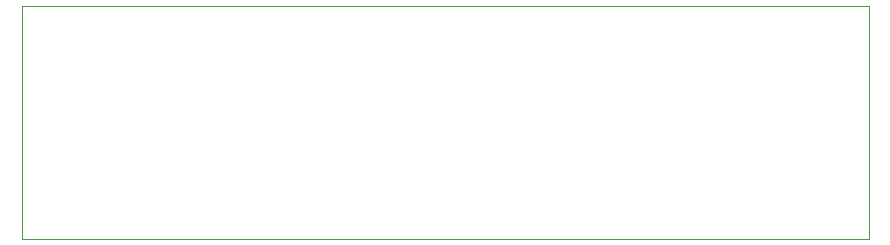
<source format=gbr>
G04 #@! TF.GenerationSoftware,KiCad,Pcbnew,(5.1.5)-3*
G04 #@! TF.CreationDate,2020-01-15T20:57:35-08:00*
G04 #@! TF.ProjectId,29MHz-LPF,32394d48-7a2d-44c5-9046-2e6b69636164,rev?*
G04 #@! TF.SameCoordinates,Original*
G04 #@! TF.FileFunction,Profile,NP*
%FSLAX46Y46*%
G04 Gerber Fmt 4.6, Leading zero omitted, Abs format (unit mm)*
G04 Created by KiCad (PCBNEW (5.1.5)-3) date 2020-01-15 20:57:35*
%MOMM*%
%LPD*%
G04 APERTURE LIST*
%ADD10C,0.050000*%
G04 APERTURE END LIST*
D10*
X176530000Y-81280000D02*
X104775000Y-81280000D01*
X176530000Y-100965000D02*
X176530000Y-81280000D01*
X104775000Y-100965000D02*
X176530000Y-100965000D01*
X104775000Y-81280000D02*
X104775000Y-100965000D01*
M02*

</source>
